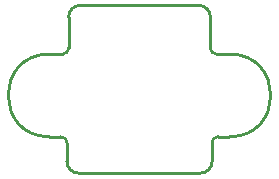
<source format=gko>
G04*
G04 #@! TF.GenerationSoftware,Altium Limited,Altium Designer,21.9.2 (33)*
G04*
G04 Layer_Color=16711935*
%FSLAX25Y25*%
%MOIN*%
G70*
G04*
G04 #@! TF.SameCoordinates,A1AEA960-78A4-4295-AD99-E4789AA04FEB*
G04*
G04*
G04 #@! TF.FilePolarity,Positive*
G04*
G01*
G75*
%ADD10C,0.01000*%
D10*
X23622Y28125D02*
G03*
X19685Y32062I-3937J0D01*
G01*
X-25591Y15779D02*
G03*
X-23622Y17748I0J1969D01*
G01*
X-30000Y15779D02*
G03*
X-30000Y-11779I0J-13780D01*
G01*
X-24185Y-13748D02*
G03*
X-26153Y-11779I-1969J0D01*
G01*
X-24185Y-20001D02*
G03*
X-20248Y-23938I3937J0D01*
G01*
X-19685Y32062D02*
G03*
X-23622Y28125I0J-3937D01*
G01*
X23622Y17748D02*
G03*
X25591Y15779I1969J0D01*
G01*
X30000Y-11779D02*
G03*
X30000Y15779I0J13780D01*
G01*
X20248Y-23938D02*
G03*
X24185Y-20001I0J3937D01*
G01*
X26153Y-11779D02*
G03*
X24185Y-13748I0J-1969D01*
G01*
X23622Y17748D02*
Y28125D01*
X-23622Y17748D02*
Y28125D01*
X-30000Y-11779D02*
X-26153D01*
X24185Y-20001D02*
Y-13748D01*
X-24185Y-20001D02*
Y-13748D01*
X26153Y-11779D02*
X30000D01*
X-19685Y32062D02*
X19685D01*
X25591Y15779D02*
X30000D01*
X-20248Y-23938D02*
X20248D01*
X-30000Y15779D02*
X-25591D01*
M02*

</source>
